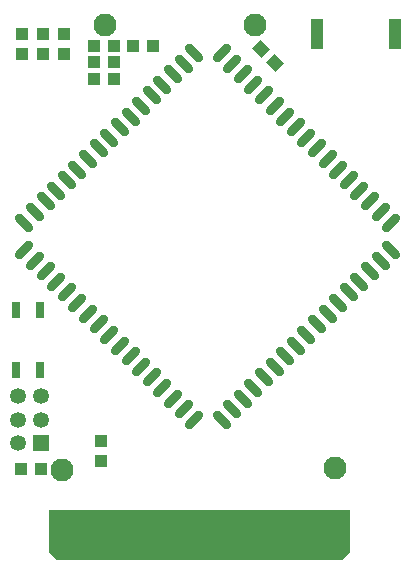
<source format=gts>
%FSLAX24Y24*%
%MOIN*%
G70*
G01*
G75*
G04 Layer_Color=8388736*
%ADD10C,0.0060*%
%ADD11C,0.0100*%
%ADD12C,0.0140*%
%ADD13C,0.0200*%
%ADD14R,0.0197X0.1417*%
%ADD15R,0.0433X0.0394*%
%ADD16R,0.0276X0.0571*%
%ADD17R,0.0394X0.0433*%
%ADD18R,0.0400X0.1000*%
G04:AMPARAMS|DCode=19|XSize=31.5mil|YSize=74.8mil|CornerRadius=0mil|HoleSize=0mil|Usage=FLASHONLY|Rotation=135.000|XOffset=0mil|YOffset=0mil|HoleType=Round|Shape=Round|*
%AMOVALD19*
21,1,0.0433,0.0315,0.0000,0.0000,225.0*
1,1,0.0315,0.0153,0.0153*
1,1,0.0315,-0.0153,-0.0153*
%
%ADD19OVALD19*%

G04:AMPARAMS|DCode=20|XSize=31.5mil|YSize=74.8mil|CornerRadius=0mil|HoleSize=0mil|Usage=FLASHONLY|Rotation=45.000|XOffset=0mil|YOffset=0mil|HoleType=Round|Shape=Round|*
%AMOVALD20*
21,1,0.0433,0.0315,0.0000,0.0000,135.0*
1,1,0.0315,0.0153,-0.0153*
1,1,0.0315,-0.0153,0.0153*
%
%ADD20OVALD20*%

G04:AMPARAMS|DCode=21|XSize=39.4mil|YSize=43.3mil|CornerRadius=0mil|HoleSize=0mil|Usage=FLASHONLY|Rotation=45.000|XOffset=0mil|YOffset=0mil|HoleType=Round|Shape=Rectangle|*
%AMROTATEDRECTD21*
4,1,4,0.0014,-0.0292,-0.0292,0.0014,-0.0014,0.0292,0.0292,-0.0014,0.0014,-0.0292,0.0*
%
%ADD21ROTATEDRECTD21*%

%ADD22C,0.0705*%
%ADD23R,0.0530X0.0530*%
%ADD24C,0.0530*%
%ADD25C,0.0240*%
%ADD26C,0.0400*%
%ADD27C,0.1500*%
%ADD28C,0.0400*%
G04:AMPARAMS|DCode=29|XSize=94mil|YSize=94mil|CornerRadius=0mil|HoleSize=0mil|Usage=FLASHONLY|Rotation=0.000|XOffset=0mil|YOffset=0mil|HoleType=Round|Shape=Relief|Width=8mil|Gap=10mil|Entries=4|*
%AMTHD29*
7,0,0,0.0940,0.0740,0.0080,45*
%
%ADD29THD29*%
%ADD30C,0.0780*%
%ADD31C,0.0594*%
G04:AMPARAMS|DCode=32|XSize=75.433mil|YSize=75.433mil|CornerRadius=0mil|HoleSize=0mil|Usage=FLASHONLY|Rotation=0.000|XOffset=0mil|YOffset=0mil|HoleType=Round|Shape=Relief|Width=8mil|Gap=10mil|Entries=4|*
%AMTHD32*
7,0,0,0.0754,0.0554,0.0080,45*
%
%ADD32THD32*%
%ADD33C,0.0320*%
%ADD34C,0.0440*%
%ADD35R,0.0669X0.0827*%
%ADD36C,0.0197*%
%ADD37C,0.0098*%
%ADD38C,0.0010*%
%ADD39C,0.0050*%
%ADD40C,0.0079*%
%ADD41R,0.0257X0.1477*%
%ADD42C,0.0765*%
G36*
X10389Y-3764D02*
X10114Y-4000D01*
X626D01*
X350Y-3764D01*
Y-2307D01*
X10389D01*
Y-3764D01*
D02*
G37*
D15*
X-585Y-950D02*
D03*
X85D02*
D03*
X3835Y13150D02*
D03*
X3165D02*
D03*
X2535D02*
D03*
X1865D02*
D03*
X2535Y12600D02*
D03*
X1865D02*
D03*
X2535Y12050D02*
D03*
X1865D02*
D03*
X-550Y12865D02*
D03*
D16*
X50Y4350D02*
D03*
Y2342D02*
D03*
X-737D02*
D03*
Y4350D02*
D03*
D17*
X-550Y13535D02*
D03*
X150D02*
D03*
Y12865D02*
D03*
X850D02*
D03*
Y13535D02*
D03*
X2100Y-15D02*
D03*
Y-685D02*
D03*
D18*
X11900Y13550D02*
D03*
X9300D02*
D03*
D19*
X-463Y6343D02*
D03*
X-110Y5990D02*
D03*
X244Y5636D02*
D03*
X597Y5283D02*
D03*
X951Y4929D02*
D03*
X1304Y4576D02*
D03*
X1658Y4222D02*
D03*
X2011Y3869D02*
D03*
X2365Y3515D02*
D03*
X2719Y3161D02*
D03*
X3072Y2808D02*
D03*
X3426Y2454D02*
D03*
X3779Y2101D02*
D03*
X4133Y1747D02*
D03*
X4486Y1394D02*
D03*
X4840Y1040D02*
D03*
X5193Y687D02*
D03*
X11763Y7257D02*
D03*
X11410Y7610D02*
D03*
X11056Y7964D02*
D03*
X10703Y8317D02*
D03*
X10349Y8671D02*
D03*
X9996Y9024D02*
D03*
X9642Y9378D02*
D03*
X9289Y9731D02*
D03*
X8935Y10085D02*
D03*
X8581Y10439D02*
D03*
X8228Y10792D02*
D03*
X7874Y11146D02*
D03*
X7521Y11499D02*
D03*
X7167Y11853D02*
D03*
X6814Y12206D02*
D03*
X6460Y12560D02*
D03*
X6107Y12913D02*
D03*
D20*
Y687D02*
D03*
X6460Y1040D02*
D03*
X6814Y1394D02*
D03*
X7167Y1747D02*
D03*
X7521Y2101D02*
D03*
X7874Y2454D02*
D03*
X8228Y2808D02*
D03*
X8581Y3161D02*
D03*
X8935Y3515D02*
D03*
X9289Y3869D02*
D03*
X9642Y4222D02*
D03*
X9996Y4576D02*
D03*
X10349Y4929D02*
D03*
X10703Y5283D02*
D03*
X11056Y5636D02*
D03*
X11410Y5990D02*
D03*
X11763Y6343D02*
D03*
X5193Y12913D02*
D03*
X4840Y12560D02*
D03*
X4486Y12206D02*
D03*
X4133Y11853D02*
D03*
X3779Y11499D02*
D03*
X3426Y11146D02*
D03*
X3072Y10792D02*
D03*
X2719Y10439D02*
D03*
X2365Y10085D02*
D03*
X2011Y9731D02*
D03*
X1658Y9378D02*
D03*
X1304Y9024D02*
D03*
X951Y8671D02*
D03*
X597Y8317D02*
D03*
X244Y7964D02*
D03*
X-110Y7610D02*
D03*
X-463Y7257D02*
D03*
D21*
X7887Y12563D02*
D03*
X7413Y13037D02*
D03*
D23*
X100Y-100D02*
D03*
D24*
X-687D02*
D03*
X100Y687D02*
D03*
X-687D02*
D03*
X100Y1475D02*
D03*
X-687D02*
D03*
D41*
X2043Y-3213D02*
D03*
X1413D02*
D03*
X1728D02*
D03*
X783D02*
D03*
X1098D02*
D03*
X3933D02*
D03*
X3618D02*
D03*
X2988D02*
D03*
X3303D02*
D03*
X2358D02*
D03*
X2673D02*
D03*
X5822D02*
D03*
X5507D02*
D03*
X4878D02*
D03*
X5193D02*
D03*
X4248D02*
D03*
X4563D02*
D03*
X7712D02*
D03*
X7397D02*
D03*
X6767D02*
D03*
X7082D02*
D03*
X6137D02*
D03*
X6452D02*
D03*
X8027D02*
D03*
X8657D02*
D03*
X8342D02*
D03*
X9287D02*
D03*
X8972D02*
D03*
X9602D02*
D03*
X9917D02*
D03*
D42*
X7210Y13830D02*
D03*
X2210D02*
D03*
X800Y-1000D02*
D03*
X9900Y-930D02*
D03*
M02*

</source>
